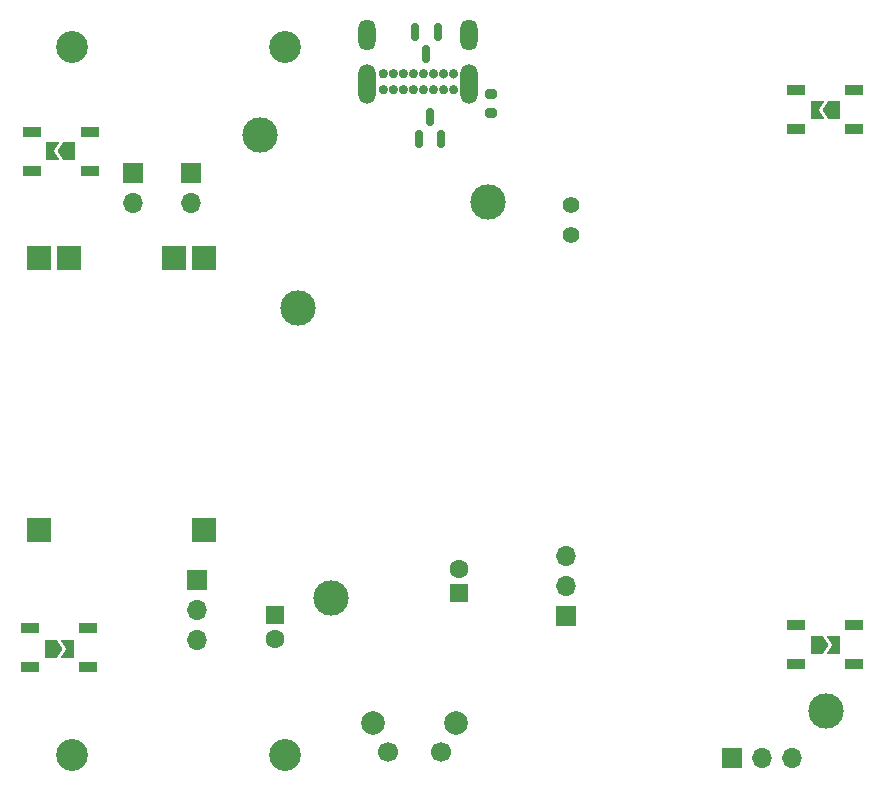
<source format=gbs>
G04 #@! TF.GenerationSoftware,KiCad,Pcbnew,8.0.7-8.0.7-0~ubuntu22.04.1*
G04 #@! TF.CreationDate,2025-02-05T23:47:27-05:00*
G04 #@! TF.ProjectId,SHERPENT20250113,53484552-5045-44e5-9432-303235303131,rev?*
G04 #@! TF.SameCoordinates,Original*
G04 #@! TF.FileFunction,Soldermask,Bot*
G04 #@! TF.FilePolarity,Negative*
%FSLAX46Y46*%
G04 Gerber Fmt 4.6, Leading zero omitted, Abs format (unit mm)*
G04 Created by KiCad (PCBNEW 8.0.7-8.0.7-0~ubuntu22.04.1) date 2025-02-05 23:47:27*
%MOMM*%
%LPD*%
G01*
G04 APERTURE LIST*
G04 Aperture macros list*
%AMRoundRect*
0 Rectangle with rounded corners*
0 $1 Rounding radius*
0 $2 $3 $4 $5 $6 $7 $8 $9 X,Y pos of 4 corners*
0 Add a 4 corners polygon primitive as box body*
4,1,4,$2,$3,$4,$5,$6,$7,$8,$9,$2,$3,0*
0 Add four circle primitives for the rounded corners*
1,1,$1+$1,$2,$3*
1,1,$1+$1,$4,$5*
1,1,$1+$1,$6,$7*
1,1,$1+$1,$8,$9*
0 Add four rect primitives between the rounded corners*
20,1,$1+$1,$2,$3,$4,$5,0*
20,1,$1+$1,$4,$5,$6,$7,0*
20,1,$1+$1,$6,$7,$8,$9,0*
20,1,$1+$1,$8,$9,$2,$3,0*%
%AMFreePoly0*
4,1,6,1.000000,0.000000,0.500000,-0.750000,-0.500000,-0.750000,-0.500000,0.750000,0.500000,0.750000,1.000000,0.000000,1.000000,0.000000,$1*%
%AMFreePoly1*
4,1,6,0.500000,-0.750000,-0.650000,-0.750000,-0.150000,0.000000,-0.650000,0.750000,0.500000,0.750000,0.500000,-0.750000,0.500000,-0.750000,$1*%
G04 Aperture macros list end*
%ADD10C,0.387500*%
%ADD11O,1.452400X2.652400*%
%ADD12O,1.452400X3.352400*%
%ADD13C,3.000000*%
%ADD14C,2.700000*%
%ADD15R,1.700000X1.700000*%
%ADD16O,1.700000X1.700000*%
%ADD17R,1.600000X1.600000*%
%ADD18C,1.600000*%
%ADD19C,1.400000*%
%ADD20R,2.000000X2.000000*%
%ADD21C,1.700000*%
%ADD22C,2.000000*%
%ADD23FreePoly0,180.000000*%
%ADD24FreePoly1,180.000000*%
%ADD25RoundRect,0.150000X0.150000X-0.587500X0.150000X0.587500X-0.150000X0.587500X-0.150000X-0.587500X0*%
%ADD26RoundRect,0.200000X-0.275000X0.200000X-0.275000X-0.200000X0.275000X-0.200000X0.275000X0.200000X0*%
%ADD27RoundRect,0.090000X0.660000X0.360000X-0.660000X0.360000X-0.660000X-0.360000X0.660000X-0.360000X0*%
%ADD28RoundRect,0.150000X-0.150000X0.587500X-0.150000X-0.587500X0.150000X-0.587500X0.150000X0.587500X0*%
%ADD29RoundRect,0.090000X-0.660000X-0.360000X0.660000X-0.360000X0.660000X0.360000X-0.660000X0.360000X0*%
%ADD30FreePoly0,0.000000*%
%ADD31FreePoly1,0.000000*%
G04 APERTURE END LIST*
D10*
X168098550Y-76649200D02*
G75*
G02*
X167711050Y-76649200I-193750J0D01*
G01*
X167711050Y-76649200D02*
G75*
G02*
X168098550Y-76649200I193750J0D01*
G01*
X168098550Y-75299200D02*
G75*
G02*
X167711050Y-75299200I-193750J0D01*
G01*
X167711050Y-75299200D02*
G75*
G02*
X168098550Y-75299200I193750J0D01*
G01*
X167248550Y-76649200D02*
G75*
G02*
X166861050Y-76649200I-193750J0D01*
G01*
X166861050Y-76649200D02*
G75*
G02*
X167248550Y-76649200I193750J0D01*
G01*
X167248550Y-75299200D02*
G75*
G02*
X166861050Y-75299200I-193750J0D01*
G01*
X166861050Y-75299200D02*
G75*
G02*
X167248550Y-75299200I193750J0D01*
G01*
X166398550Y-76649200D02*
G75*
G02*
X166011050Y-76649200I-193750J0D01*
G01*
X166011050Y-76649200D02*
G75*
G02*
X166398550Y-76649200I193750J0D01*
G01*
X166398550Y-75299200D02*
G75*
G02*
X166011050Y-75299200I-193750J0D01*
G01*
X166011050Y-75299200D02*
G75*
G02*
X166398550Y-75299200I193750J0D01*
G01*
X165548550Y-76649200D02*
G75*
G02*
X165161050Y-76649200I-193750J0D01*
G01*
X165161050Y-76649200D02*
G75*
G02*
X165548550Y-76649200I193750J0D01*
G01*
X165548550Y-75299200D02*
G75*
G02*
X165161050Y-75299200I-193750J0D01*
G01*
X165161050Y-75299200D02*
G75*
G02*
X165548550Y-75299200I193750J0D01*
G01*
X168948550Y-76649200D02*
G75*
G02*
X168561050Y-76649200I-193750J0D01*
G01*
X168561050Y-76649200D02*
G75*
G02*
X168948550Y-76649200I193750J0D01*
G01*
X168948550Y-75299200D02*
G75*
G02*
X168561050Y-75299200I-193750J0D01*
G01*
X168561050Y-75299200D02*
G75*
G02*
X168948550Y-75299200I193750J0D01*
G01*
X169798550Y-76649200D02*
G75*
G02*
X169411050Y-76649200I-193750J0D01*
G01*
X169411050Y-76649200D02*
G75*
G02*
X169798550Y-76649200I193750J0D01*
G01*
X169798550Y-75299200D02*
G75*
G02*
X169411050Y-75299200I-193750J0D01*
G01*
X169411050Y-75299200D02*
G75*
G02*
X169798550Y-75299200I193750J0D01*
G01*
X170648550Y-76649200D02*
G75*
G02*
X170261050Y-76649200I-193750J0D01*
G01*
X170261050Y-76649200D02*
G75*
G02*
X170648550Y-76649200I193750J0D01*
G01*
X170648550Y-75299200D02*
G75*
G02*
X170261050Y-75299200I-193750J0D01*
G01*
X170261050Y-75299200D02*
G75*
G02*
X170648550Y-75299200I193750J0D01*
G01*
X171498550Y-76649200D02*
G75*
G02*
X171111050Y-76649200I-193750J0D01*
G01*
X171111050Y-76649200D02*
G75*
G02*
X171498550Y-76649200I193750J0D01*
G01*
X171498550Y-75299200D02*
G75*
G02*
X171111050Y-75299200I-193750J0D01*
G01*
X171111050Y-75299200D02*
G75*
G02*
X171498550Y-75299200I193750J0D01*
G01*
D11*
X172649800Y-71999200D03*
X164009800Y-71999200D03*
D12*
X172649800Y-76149200D03*
X164009800Y-76149200D03*
D13*
X154927200Y-80467600D03*
D14*
X157000000Y-73000000D03*
D15*
X194920000Y-133200000D03*
D16*
X197460000Y-133200000D03*
X200000000Y-133200000D03*
D14*
X139000000Y-133000000D03*
D13*
X158153000Y-95148800D03*
D17*
X171800000Y-119255113D03*
D18*
X171800000Y-117255113D03*
D14*
X139000000Y-73000000D03*
D13*
X202857000Y-129235600D03*
X174200000Y-86200000D03*
D15*
X149600000Y-118175000D03*
D16*
X149600000Y-120715000D03*
X149600000Y-123255000D03*
D15*
X149053945Y-83687345D03*
D16*
X149053945Y-86227345D03*
D17*
X156200000Y-121144888D03*
D18*
X156200000Y-123144888D03*
D15*
X180860600Y-121234600D03*
D16*
X180860600Y-118694600D03*
X180860600Y-116154600D03*
D19*
X181267000Y-88931200D03*
X181267000Y-86391200D03*
D14*
X157000000Y-133000000D03*
D15*
X144159545Y-83661945D03*
D16*
X144159545Y-86201945D03*
D20*
X136187500Y-113912500D03*
X150187500Y-113912500D03*
X136187500Y-90912500D03*
X150187500Y-90912500D03*
X138727500Y-90912500D03*
X147647500Y-90912500D03*
D13*
X160900000Y-119700000D03*
D21*
X165750000Y-132750000D03*
X170250000Y-132750000D03*
D22*
X164500000Y-130250000D03*
X171500000Y-130250000D03*
D23*
X138750000Y-81800000D03*
D24*
X137300000Y-81800000D03*
D25*
X170250000Y-80837500D03*
X168350000Y-80837500D03*
X169300000Y-78962500D03*
D26*
X174500000Y-77000000D03*
X174500000Y-78650000D03*
D27*
X205242400Y-121975000D03*
X205242400Y-125275000D03*
X200342400Y-125275000D03*
X200342400Y-121975000D03*
D28*
X168050000Y-71762500D03*
X169950000Y-71762500D03*
X169000000Y-73637500D03*
D27*
X140340000Y-122265000D03*
X140340000Y-125565000D03*
X135440000Y-125565000D03*
X135440000Y-122265000D03*
D29*
X200342400Y-79998200D03*
X200342400Y-76698200D03*
X205242400Y-76698200D03*
X205242400Y-79998200D03*
D23*
X203517400Y-78348200D03*
D24*
X202067400Y-78348200D03*
D30*
X137200000Y-124000000D03*
D31*
X138650000Y-124000000D03*
D29*
X135600000Y-83500000D03*
X135600000Y-80200000D03*
X140500000Y-80200000D03*
X140500000Y-83500000D03*
D30*
X202067400Y-123625000D03*
D31*
X203517400Y-123625000D03*
M02*

</source>
